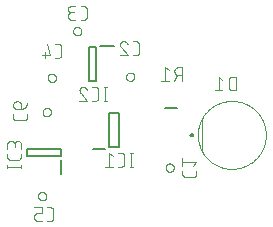
<source format=gbr>
G04 EAGLE Gerber X2 export*
%TF.Part,Single*%
%TF.FileFunction,Legend,Bot,1*%
%TF.FilePolarity,Positive*%
%TF.GenerationSoftware,Autodesk,EAGLE,9.2.2*%
%TF.CreationDate,2020-03-12T07:58:02Z*%
G75*
%MOMM*%
%FSLAX34Y34*%
%LPD*%
%INSilkscreen Bottom*%
%AMOC8*
5,1,8,0,0,1.08239X$1,22.5*%
G01*
%ADD10C,0.100000*%
%ADD11C,0.100000*%
%ADD12C,0.200000*%
%ADD13C,0.200000*%
%ADD14C,0.101600*%
%ADD15C,0.050000*%


D10*
X420068Y547116D03*
D11*
X420077Y546416D01*
X420102Y545716D01*
X420145Y545017D01*
X420204Y544320D01*
X420281Y543624D01*
X420374Y542930D01*
X420485Y542239D01*
X420612Y541550D01*
X420756Y540865D01*
X420916Y540183D01*
X421093Y539506D01*
X421287Y538833D01*
X421497Y538165D01*
X421723Y537503D01*
X421965Y536846D01*
X422223Y536195D01*
X422497Y535550D01*
X422786Y534913D01*
X423091Y534283D01*
X423411Y533660D01*
X423747Y533045D01*
X424097Y532439D01*
X424461Y531841D01*
X424841Y531253D01*
X425234Y530674D01*
X425641Y530104D01*
X426062Y529545D01*
X426497Y528996D01*
X426945Y528458D01*
X427406Y527931D01*
X427879Y527415D01*
X428365Y526911D01*
X428863Y526419D01*
X429373Y525939D01*
X429895Y525472D01*
X430427Y525017D01*
X430971Y524576D01*
X431525Y524148D01*
X432090Y523734D01*
X432664Y523333D01*
X433248Y522947D01*
X433841Y522575D01*
X434443Y522218D01*
X435054Y521875D01*
X435672Y521547D01*
X436299Y521235D01*
X436933Y520938D01*
X437574Y520656D01*
X438221Y520390D01*
X438875Y520140D01*
X439535Y519906D01*
X440201Y519688D01*
X440871Y519486D01*
X441546Y519301D01*
X442226Y519132D01*
X442909Y518980D01*
X443596Y518844D01*
X444286Y518725D01*
X444979Y518624D01*
X445674Y518538D01*
X446370Y518470D01*
X447069Y518419D01*
X447768Y518385D01*
X448468Y518368D01*
X449168Y518368D01*
X449868Y518385D01*
X450567Y518419D01*
X451266Y518470D01*
X451962Y518538D01*
X452657Y518624D01*
X453350Y518725D01*
X454040Y518844D01*
X454727Y518980D01*
X455410Y519132D01*
X456090Y519301D01*
X456765Y519486D01*
X457435Y519688D01*
X458101Y519906D01*
X458761Y520140D01*
X459415Y520390D01*
X460062Y520656D01*
X460703Y520938D01*
X461337Y521235D01*
X461964Y521547D01*
X462582Y521875D01*
X463193Y522218D01*
X463795Y522575D01*
X464388Y522947D01*
X464972Y523333D01*
X465546Y523734D01*
X466111Y524148D01*
X466665Y524576D01*
X467209Y525017D01*
X467741Y525472D01*
X468263Y525939D01*
X468773Y526419D01*
X469271Y526911D01*
X469757Y527415D01*
X470230Y527931D01*
X470691Y528458D01*
X471139Y528996D01*
X471574Y529545D01*
X471995Y530104D01*
X472402Y530674D01*
X472795Y531253D01*
X473175Y531841D01*
X473539Y532439D01*
X473889Y533045D01*
X474225Y533660D01*
X474545Y534283D01*
X474850Y534913D01*
X475139Y535550D01*
X475413Y536195D01*
X475671Y536846D01*
X475913Y537503D01*
X476139Y538165D01*
X476349Y538833D01*
X476543Y539506D01*
X476720Y540183D01*
X476880Y540865D01*
X477024Y541550D01*
X477151Y542239D01*
X477262Y542930D01*
X477355Y543624D01*
X477432Y544320D01*
X477491Y545017D01*
X477534Y545716D01*
X477559Y546416D01*
X477568Y547116D01*
D10*
X477568Y547116D03*
D11*
X477559Y547816D01*
X477534Y548516D01*
X477491Y549215D01*
X477432Y549912D01*
X477355Y550608D01*
X477262Y551302D01*
X477151Y551993D01*
X477024Y552682D01*
X476880Y553367D01*
X476720Y554049D01*
X476543Y554726D01*
X476349Y555399D01*
X476139Y556067D01*
X475913Y556729D01*
X475671Y557386D01*
X475413Y558037D01*
X475139Y558682D01*
X474850Y559319D01*
X474545Y559949D01*
X474225Y560572D01*
X473889Y561187D01*
X473539Y561793D01*
X473175Y562391D01*
X472795Y562979D01*
X472402Y563558D01*
X471995Y564128D01*
X471574Y564687D01*
X471139Y565236D01*
X470691Y565774D01*
X470230Y566301D01*
X469757Y566817D01*
X469271Y567321D01*
X468773Y567813D01*
X468263Y568293D01*
X467741Y568760D01*
X467209Y569215D01*
X466665Y569656D01*
X466111Y570084D01*
X465546Y570498D01*
X464972Y570899D01*
X464388Y571285D01*
X463795Y571657D01*
X463193Y572014D01*
X462582Y572357D01*
X461964Y572685D01*
X461337Y572997D01*
X460703Y573294D01*
X460062Y573576D01*
X459415Y573842D01*
X458761Y574092D01*
X458101Y574326D01*
X457435Y574544D01*
X456765Y574746D01*
X456090Y574931D01*
X455410Y575100D01*
X454727Y575252D01*
X454040Y575388D01*
X453350Y575507D01*
X452657Y575608D01*
X451962Y575694D01*
X451266Y575762D01*
X450567Y575813D01*
X449868Y575847D01*
X449168Y575864D01*
X448468Y575864D01*
X447768Y575847D01*
X447069Y575813D01*
X446370Y575762D01*
X445674Y575694D01*
X444979Y575608D01*
X444286Y575507D01*
X443596Y575388D01*
X442909Y575252D01*
X442226Y575100D01*
X441546Y574931D01*
X440871Y574746D01*
X440201Y574544D01*
X439535Y574326D01*
X438875Y574092D01*
X438221Y573842D01*
X437574Y573576D01*
X436933Y573294D01*
X436299Y572997D01*
X435672Y572685D01*
X435054Y572357D01*
X434443Y572014D01*
X433841Y571657D01*
X433248Y571285D01*
X432664Y570899D01*
X432090Y570498D01*
X431525Y570084D01*
X430971Y569656D01*
X430427Y569215D01*
X429895Y568760D01*
X429373Y568293D01*
X428863Y567813D01*
X428365Y567321D01*
X427879Y566817D01*
X427406Y566301D01*
X426945Y565774D01*
X426497Y565236D01*
X426062Y564687D01*
X425641Y564128D01*
X425234Y563558D01*
X424841Y562979D01*
X424461Y562391D01*
X424097Y561793D01*
X423747Y561187D01*
X423411Y560572D01*
X423091Y559949D01*
X422786Y559319D01*
X422497Y558682D01*
X422223Y558037D01*
X421965Y557386D01*
X421723Y556729D01*
X421497Y556067D01*
X421287Y555399D01*
X421093Y554726D01*
X420916Y554049D01*
X420756Y553367D01*
X420612Y552682D01*
X420485Y551993D01*
X420374Y551302D01*
X420281Y550608D01*
X420204Y549912D01*
X420145Y549215D01*
X420102Y548516D01*
X420077Y547816D01*
X420068Y547116D01*
X423418Y533616D02*
X423418Y560616D01*
D12*
X414818Y546116D03*
D13*
X414880Y546118D01*
X414941Y546124D01*
X415002Y546133D01*
X415062Y546146D01*
X415121Y546163D01*
X415179Y546184D01*
X415236Y546208D01*
X415291Y546235D01*
X415344Y546266D01*
X415396Y546300D01*
X415445Y546337D01*
X415492Y546377D01*
X415536Y546420D01*
X415577Y546465D01*
X415616Y546513D01*
X415652Y546564D01*
X415684Y546616D01*
X415713Y546670D01*
X415739Y546726D01*
X415761Y546784D01*
X415780Y546842D01*
X415795Y546902D01*
X415806Y546963D01*
X415814Y547024D01*
X415818Y547085D01*
X415818Y547147D01*
X415814Y547208D01*
X415806Y547269D01*
X415795Y547330D01*
X415780Y547390D01*
X415761Y547448D01*
X415739Y547506D01*
X415713Y547562D01*
X415684Y547616D01*
X415652Y547668D01*
X415616Y547719D01*
X415577Y547767D01*
X415536Y547812D01*
X415492Y547855D01*
X415445Y547895D01*
X415396Y547932D01*
X415344Y547966D01*
X415291Y547997D01*
X415236Y548024D01*
X415179Y548048D01*
X415121Y548069D01*
X415062Y548086D01*
X415002Y548099D01*
X414941Y548108D01*
X414880Y548114D01*
X414818Y548116D01*
D12*
X414818Y548116D03*
D13*
X414756Y548114D01*
X414695Y548108D01*
X414634Y548099D01*
X414574Y548086D01*
X414515Y548069D01*
X414457Y548048D01*
X414400Y548024D01*
X414345Y547997D01*
X414292Y547966D01*
X414240Y547932D01*
X414191Y547895D01*
X414144Y547855D01*
X414100Y547812D01*
X414059Y547767D01*
X414020Y547719D01*
X413984Y547668D01*
X413952Y547616D01*
X413923Y547562D01*
X413897Y547506D01*
X413875Y547448D01*
X413856Y547390D01*
X413841Y547330D01*
X413830Y547269D01*
X413822Y547208D01*
X413818Y547147D01*
X413818Y547085D01*
X413822Y547024D01*
X413830Y546963D01*
X413841Y546902D01*
X413856Y546842D01*
X413875Y546784D01*
X413897Y546726D01*
X413923Y546670D01*
X413952Y546616D01*
X413984Y546564D01*
X414020Y546513D01*
X414059Y546465D01*
X414100Y546420D01*
X414144Y546377D01*
X414191Y546337D01*
X414240Y546300D01*
X414292Y546266D01*
X414345Y546235D01*
X414400Y546208D01*
X414457Y546184D01*
X414515Y546163D01*
X414574Y546146D01*
X414634Y546133D01*
X414695Y546124D01*
X414756Y546118D01*
X414818Y546116D01*
D14*
X452717Y584708D02*
X452717Y596392D01*
X449472Y596392D01*
X449359Y596390D01*
X449246Y596384D01*
X449133Y596374D01*
X449020Y596360D01*
X448908Y596343D01*
X448797Y596321D01*
X448687Y596296D01*
X448577Y596266D01*
X448469Y596233D01*
X448362Y596196D01*
X448256Y596156D01*
X448152Y596111D01*
X448049Y596063D01*
X447948Y596012D01*
X447849Y595957D01*
X447752Y595899D01*
X447657Y595837D01*
X447564Y595772D01*
X447474Y595704D01*
X447386Y595633D01*
X447300Y595558D01*
X447217Y595481D01*
X447137Y595401D01*
X447060Y595318D01*
X446985Y595232D01*
X446914Y595144D01*
X446846Y595054D01*
X446781Y594961D01*
X446719Y594866D01*
X446661Y594769D01*
X446606Y594670D01*
X446555Y594569D01*
X446507Y594466D01*
X446462Y594362D01*
X446422Y594256D01*
X446385Y594149D01*
X446352Y594041D01*
X446322Y593931D01*
X446297Y593821D01*
X446275Y593710D01*
X446258Y593598D01*
X446244Y593485D01*
X446234Y593372D01*
X446228Y593259D01*
X446226Y593146D01*
X446226Y587954D01*
X446228Y587841D01*
X446234Y587728D01*
X446244Y587615D01*
X446258Y587502D01*
X446275Y587390D01*
X446297Y587279D01*
X446322Y587169D01*
X446352Y587059D01*
X446385Y586951D01*
X446422Y586844D01*
X446462Y586738D01*
X446507Y586634D01*
X446555Y586531D01*
X446606Y586430D01*
X446661Y586331D01*
X446719Y586234D01*
X446781Y586139D01*
X446846Y586046D01*
X446914Y585956D01*
X446985Y585868D01*
X447060Y585782D01*
X447137Y585699D01*
X447217Y585619D01*
X447300Y585542D01*
X447386Y585467D01*
X447474Y585396D01*
X447564Y585328D01*
X447657Y585263D01*
X447752Y585201D01*
X447849Y585143D01*
X447948Y585088D01*
X448049Y585037D01*
X448152Y584989D01*
X448256Y584944D01*
X448362Y584904D01*
X448469Y584867D01*
X448577Y584834D01*
X448687Y584804D01*
X448797Y584779D01*
X448908Y584757D01*
X449020Y584740D01*
X449133Y584726D01*
X449246Y584716D01*
X449359Y584710D01*
X449472Y584708D01*
X452717Y584708D01*
X440906Y593796D02*
X437661Y596392D01*
X437661Y584708D01*
X440906Y584708D02*
X434415Y584708D01*
D13*
X353500Y536680D02*
X345000Y536680D01*
X353500Y536680D02*
X353500Y565680D01*
X345000Y565680D01*
X345000Y536680D01*
X341500Y535430D02*
X331000Y535430D01*
D14*
X363622Y531876D02*
X363622Y520192D01*
X364920Y520192D02*
X362324Y520192D01*
X362324Y531876D02*
X364920Y531876D01*
X355160Y520192D02*
X352564Y520192D01*
X355160Y520192D02*
X355259Y520194D01*
X355359Y520200D01*
X355458Y520209D01*
X355556Y520222D01*
X355654Y520239D01*
X355752Y520260D01*
X355848Y520285D01*
X355943Y520313D01*
X356037Y520345D01*
X356130Y520380D01*
X356222Y520419D01*
X356312Y520462D01*
X356400Y520507D01*
X356487Y520557D01*
X356571Y520609D01*
X356654Y520665D01*
X356734Y520723D01*
X356812Y520785D01*
X356887Y520850D01*
X356960Y520918D01*
X357030Y520988D01*
X357098Y521061D01*
X357163Y521136D01*
X357225Y521214D01*
X357283Y521294D01*
X357339Y521377D01*
X357391Y521461D01*
X357441Y521548D01*
X357486Y521636D01*
X357529Y521726D01*
X357568Y521818D01*
X357603Y521911D01*
X357635Y522005D01*
X357663Y522100D01*
X357688Y522196D01*
X357709Y522294D01*
X357726Y522392D01*
X357739Y522490D01*
X357748Y522589D01*
X357754Y522689D01*
X357756Y522788D01*
X357757Y522788D02*
X357757Y529280D01*
X357756Y529280D02*
X357754Y529379D01*
X357748Y529479D01*
X357739Y529578D01*
X357726Y529676D01*
X357709Y529774D01*
X357688Y529872D01*
X357663Y529968D01*
X357635Y530063D01*
X357603Y530157D01*
X357568Y530250D01*
X357529Y530342D01*
X357486Y530432D01*
X357441Y530520D01*
X357391Y530607D01*
X357339Y530691D01*
X357283Y530774D01*
X357225Y530854D01*
X357163Y530932D01*
X357098Y531007D01*
X357030Y531080D01*
X356960Y531150D01*
X356887Y531218D01*
X356812Y531283D01*
X356734Y531345D01*
X356654Y531403D01*
X356571Y531459D01*
X356487Y531511D01*
X356400Y531561D01*
X356312Y531606D01*
X356222Y531649D01*
X356130Y531688D01*
X356037Y531723D01*
X355943Y531755D01*
X355848Y531783D01*
X355752Y531808D01*
X355654Y531829D01*
X355556Y531846D01*
X355458Y531859D01*
X355359Y531868D01*
X355259Y531874D01*
X355160Y531876D01*
X352564Y531876D01*
X348199Y529280D02*
X344953Y531876D01*
X344953Y520192D01*
X341708Y520192D02*
X348199Y520192D01*
D13*
X392260Y570230D02*
X402760Y570230D01*
D14*
X406688Y592582D02*
X406688Y604266D01*
X403442Y604266D01*
X403329Y604264D01*
X403216Y604258D01*
X403103Y604248D01*
X402990Y604234D01*
X402878Y604217D01*
X402767Y604195D01*
X402657Y604170D01*
X402547Y604140D01*
X402439Y604107D01*
X402332Y604070D01*
X402226Y604030D01*
X402122Y603985D01*
X402019Y603937D01*
X401918Y603886D01*
X401819Y603831D01*
X401722Y603773D01*
X401627Y603711D01*
X401534Y603646D01*
X401444Y603578D01*
X401356Y603507D01*
X401270Y603432D01*
X401187Y603355D01*
X401107Y603275D01*
X401030Y603192D01*
X400955Y603106D01*
X400884Y603018D01*
X400816Y602928D01*
X400751Y602835D01*
X400689Y602740D01*
X400631Y602643D01*
X400576Y602544D01*
X400525Y602443D01*
X400477Y602340D01*
X400432Y602236D01*
X400392Y602130D01*
X400355Y602023D01*
X400322Y601915D01*
X400292Y601805D01*
X400267Y601695D01*
X400245Y601584D01*
X400228Y601472D01*
X400214Y601359D01*
X400204Y601246D01*
X400198Y601133D01*
X400196Y601020D01*
X400198Y600907D01*
X400204Y600794D01*
X400214Y600681D01*
X400228Y600568D01*
X400245Y600456D01*
X400267Y600345D01*
X400292Y600235D01*
X400322Y600125D01*
X400355Y600017D01*
X400392Y599910D01*
X400432Y599804D01*
X400477Y599700D01*
X400525Y599597D01*
X400576Y599496D01*
X400631Y599397D01*
X400689Y599300D01*
X400751Y599205D01*
X400816Y599112D01*
X400884Y599022D01*
X400955Y598934D01*
X401030Y598848D01*
X401107Y598765D01*
X401187Y598685D01*
X401270Y598608D01*
X401356Y598533D01*
X401444Y598462D01*
X401534Y598394D01*
X401627Y598329D01*
X401722Y598267D01*
X401819Y598209D01*
X401918Y598154D01*
X402019Y598103D01*
X402122Y598055D01*
X402226Y598010D01*
X402332Y597970D01*
X402439Y597933D01*
X402547Y597900D01*
X402657Y597870D01*
X402767Y597845D01*
X402878Y597823D01*
X402990Y597806D01*
X403103Y597792D01*
X403216Y597782D01*
X403329Y597776D01*
X403442Y597774D01*
X403442Y597775D02*
X406688Y597775D01*
X402793Y597775D02*
X400197Y592582D01*
X395331Y601670D02*
X392086Y604266D01*
X392086Y592582D01*
X395331Y592582D02*
X388840Y592582D01*
D15*
X392740Y519430D02*
X392742Y519548D01*
X392748Y519666D01*
X392758Y519784D01*
X392772Y519901D01*
X392790Y520018D01*
X392812Y520135D01*
X392837Y520250D01*
X392867Y520364D01*
X392901Y520478D01*
X392938Y520590D01*
X392979Y520701D01*
X393024Y520810D01*
X393072Y520918D01*
X393124Y521024D01*
X393180Y521129D01*
X393239Y521231D01*
X393301Y521331D01*
X393367Y521429D01*
X393436Y521525D01*
X393509Y521619D01*
X393584Y521710D01*
X393663Y521798D01*
X393744Y521884D01*
X393829Y521967D01*
X393916Y522047D01*
X394005Y522124D01*
X394098Y522198D01*
X394192Y522268D01*
X394289Y522336D01*
X394389Y522400D01*
X394490Y522461D01*
X394593Y522518D01*
X394699Y522572D01*
X394806Y522623D01*
X394914Y522669D01*
X395024Y522712D01*
X395136Y522751D01*
X395249Y522787D01*
X395363Y522818D01*
X395478Y522846D01*
X395593Y522870D01*
X395710Y522890D01*
X395827Y522906D01*
X395945Y522918D01*
X396063Y522926D01*
X396181Y522930D01*
X396299Y522930D01*
X396417Y522926D01*
X396535Y522918D01*
X396653Y522906D01*
X396770Y522890D01*
X396887Y522870D01*
X397002Y522846D01*
X397117Y522818D01*
X397231Y522787D01*
X397344Y522751D01*
X397456Y522712D01*
X397566Y522669D01*
X397674Y522623D01*
X397781Y522572D01*
X397887Y522518D01*
X397990Y522461D01*
X398091Y522400D01*
X398191Y522336D01*
X398288Y522268D01*
X398382Y522198D01*
X398475Y522124D01*
X398564Y522047D01*
X398651Y521967D01*
X398736Y521884D01*
X398817Y521798D01*
X398896Y521710D01*
X398971Y521619D01*
X399044Y521525D01*
X399113Y521429D01*
X399179Y521331D01*
X399241Y521231D01*
X399300Y521129D01*
X399356Y521024D01*
X399408Y520918D01*
X399456Y520810D01*
X399501Y520701D01*
X399542Y520590D01*
X399579Y520478D01*
X399613Y520364D01*
X399643Y520250D01*
X399668Y520135D01*
X399690Y520018D01*
X399708Y519901D01*
X399722Y519784D01*
X399732Y519666D01*
X399738Y519548D01*
X399740Y519430D01*
X399738Y519312D01*
X399732Y519194D01*
X399722Y519076D01*
X399708Y518959D01*
X399690Y518842D01*
X399668Y518725D01*
X399643Y518610D01*
X399613Y518496D01*
X399579Y518382D01*
X399542Y518270D01*
X399501Y518159D01*
X399456Y518050D01*
X399408Y517942D01*
X399356Y517836D01*
X399300Y517731D01*
X399241Y517629D01*
X399179Y517529D01*
X399113Y517431D01*
X399044Y517335D01*
X398971Y517241D01*
X398896Y517150D01*
X398817Y517062D01*
X398736Y516976D01*
X398651Y516893D01*
X398564Y516813D01*
X398475Y516736D01*
X398382Y516662D01*
X398288Y516592D01*
X398191Y516524D01*
X398091Y516460D01*
X397990Y516399D01*
X397887Y516342D01*
X397781Y516288D01*
X397674Y516237D01*
X397566Y516191D01*
X397456Y516148D01*
X397344Y516109D01*
X397231Y516073D01*
X397117Y516042D01*
X397002Y516014D01*
X396887Y515990D01*
X396770Y515970D01*
X396653Y515954D01*
X396535Y515942D01*
X396417Y515934D01*
X396299Y515930D01*
X396181Y515930D01*
X396063Y515934D01*
X395945Y515942D01*
X395827Y515954D01*
X395710Y515970D01*
X395593Y515990D01*
X395478Y516014D01*
X395363Y516042D01*
X395249Y516073D01*
X395136Y516109D01*
X395024Y516148D01*
X394914Y516191D01*
X394806Y516237D01*
X394699Y516288D01*
X394593Y516342D01*
X394490Y516399D01*
X394389Y516460D01*
X394289Y516524D01*
X394192Y516592D01*
X394098Y516662D01*
X394005Y516736D01*
X393916Y516813D01*
X393829Y516893D01*
X393744Y516976D01*
X393663Y517062D01*
X393584Y517150D01*
X393509Y517241D01*
X393436Y517335D01*
X393367Y517431D01*
X393301Y517529D01*
X393239Y517629D01*
X393180Y517731D01*
X393124Y517836D01*
X393072Y517942D01*
X393024Y518050D01*
X392979Y518159D01*
X392938Y518270D01*
X392901Y518382D01*
X392867Y518496D01*
X392837Y518610D01*
X392812Y518725D01*
X392790Y518842D01*
X392772Y518959D01*
X392758Y519076D01*
X392748Y519194D01*
X392742Y519312D01*
X392740Y519430D01*
D14*
X406908Y516598D02*
X406908Y514002D01*
X406910Y513903D01*
X406916Y513803D01*
X406925Y513704D01*
X406938Y513606D01*
X406955Y513508D01*
X406976Y513410D01*
X407001Y513314D01*
X407029Y513219D01*
X407061Y513125D01*
X407096Y513032D01*
X407135Y512940D01*
X407178Y512850D01*
X407223Y512762D01*
X407273Y512675D01*
X407325Y512591D01*
X407381Y512508D01*
X407439Y512428D01*
X407501Y512350D01*
X407566Y512275D01*
X407634Y512202D01*
X407704Y512132D01*
X407777Y512064D01*
X407852Y511999D01*
X407930Y511937D01*
X408010Y511879D01*
X408093Y511823D01*
X408177Y511771D01*
X408264Y511721D01*
X408352Y511676D01*
X408442Y511633D01*
X408534Y511594D01*
X408627Y511559D01*
X408721Y511527D01*
X408816Y511499D01*
X408912Y511474D01*
X409010Y511453D01*
X409108Y511436D01*
X409206Y511423D01*
X409305Y511414D01*
X409405Y511408D01*
X409504Y511406D01*
X409504Y511405D02*
X415996Y511405D01*
X415996Y511406D02*
X416095Y511408D01*
X416195Y511414D01*
X416294Y511423D01*
X416392Y511436D01*
X416490Y511453D01*
X416588Y511474D01*
X416684Y511499D01*
X416779Y511527D01*
X416873Y511559D01*
X416966Y511594D01*
X417058Y511633D01*
X417148Y511676D01*
X417236Y511721D01*
X417323Y511771D01*
X417407Y511823D01*
X417490Y511879D01*
X417570Y511937D01*
X417648Y511999D01*
X417723Y512064D01*
X417796Y512132D01*
X417866Y512202D01*
X417934Y512275D01*
X417999Y512350D01*
X418061Y512428D01*
X418119Y512508D01*
X418175Y512591D01*
X418227Y512675D01*
X418277Y512762D01*
X418322Y512850D01*
X418365Y512940D01*
X418404Y513032D01*
X418439Y513124D01*
X418471Y513219D01*
X418499Y513314D01*
X418524Y513410D01*
X418545Y513508D01*
X418562Y513606D01*
X418575Y513704D01*
X418584Y513803D01*
X418590Y513903D01*
X418592Y514002D01*
X418592Y516598D01*
X415996Y520964D02*
X418592Y524209D01*
X406908Y524209D01*
X406908Y520964D02*
X406908Y527455D01*
D13*
X333708Y621814D02*
X327708Y621814D01*
X327708Y592814D01*
X333708Y592814D01*
X333708Y621814D01*
X337208Y622314D02*
X349208Y622314D01*
D14*
X341778Y587756D02*
X341778Y576072D01*
X343076Y576072D02*
X340480Y576072D01*
X340480Y587756D02*
X343076Y587756D01*
X333316Y576072D02*
X330720Y576072D01*
X333316Y576072D02*
X333415Y576074D01*
X333515Y576080D01*
X333614Y576089D01*
X333712Y576102D01*
X333810Y576119D01*
X333908Y576140D01*
X334004Y576165D01*
X334099Y576193D01*
X334193Y576225D01*
X334286Y576260D01*
X334378Y576299D01*
X334468Y576342D01*
X334556Y576387D01*
X334643Y576437D01*
X334727Y576489D01*
X334810Y576545D01*
X334890Y576603D01*
X334968Y576665D01*
X335043Y576730D01*
X335116Y576798D01*
X335186Y576868D01*
X335254Y576941D01*
X335319Y577016D01*
X335381Y577094D01*
X335439Y577174D01*
X335495Y577257D01*
X335547Y577341D01*
X335597Y577428D01*
X335642Y577516D01*
X335685Y577606D01*
X335724Y577698D01*
X335759Y577791D01*
X335791Y577885D01*
X335819Y577980D01*
X335844Y578076D01*
X335865Y578174D01*
X335882Y578272D01*
X335895Y578370D01*
X335904Y578469D01*
X335910Y578569D01*
X335912Y578668D01*
X335913Y578668D02*
X335913Y585160D01*
X335912Y585160D02*
X335910Y585259D01*
X335904Y585359D01*
X335895Y585458D01*
X335882Y585556D01*
X335865Y585654D01*
X335844Y585752D01*
X335819Y585848D01*
X335791Y585943D01*
X335759Y586037D01*
X335724Y586130D01*
X335685Y586222D01*
X335642Y586312D01*
X335597Y586400D01*
X335547Y586487D01*
X335495Y586571D01*
X335439Y586654D01*
X335381Y586734D01*
X335319Y586812D01*
X335254Y586887D01*
X335186Y586960D01*
X335116Y587030D01*
X335043Y587098D01*
X334968Y587163D01*
X334890Y587225D01*
X334810Y587283D01*
X334727Y587339D01*
X334643Y587391D01*
X334556Y587441D01*
X334468Y587486D01*
X334378Y587529D01*
X334286Y587568D01*
X334193Y587603D01*
X334099Y587635D01*
X334004Y587663D01*
X333908Y587688D01*
X333810Y587709D01*
X333712Y587726D01*
X333614Y587739D01*
X333515Y587748D01*
X333415Y587754D01*
X333316Y587756D01*
X330720Y587756D01*
X322785Y587756D02*
X322678Y587754D01*
X322572Y587748D01*
X322466Y587738D01*
X322360Y587725D01*
X322254Y587707D01*
X322150Y587686D01*
X322046Y587661D01*
X321943Y587632D01*
X321842Y587600D01*
X321742Y587563D01*
X321643Y587523D01*
X321545Y587480D01*
X321449Y587433D01*
X321355Y587382D01*
X321263Y587328D01*
X321173Y587271D01*
X321085Y587211D01*
X321000Y587147D01*
X320917Y587080D01*
X320836Y587010D01*
X320758Y586938D01*
X320682Y586862D01*
X320610Y586784D01*
X320540Y586703D01*
X320473Y586620D01*
X320409Y586535D01*
X320349Y586447D01*
X320292Y586357D01*
X320238Y586265D01*
X320187Y586171D01*
X320140Y586075D01*
X320097Y585977D01*
X320057Y585878D01*
X320020Y585778D01*
X319988Y585677D01*
X319959Y585574D01*
X319934Y585470D01*
X319913Y585366D01*
X319895Y585260D01*
X319882Y585154D01*
X319872Y585048D01*
X319866Y584942D01*
X319864Y584835D01*
X322785Y587756D02*
X322906Y587754D01*
X323027Y587748D01*
X323147Y587738D01*
X323268Y587725D01*
X323387Y587707D01*
X323507Y587686D01*
X323625Y587661D01*
X323742Y587632D01*
X323859Y587599D01*
X323974Y587563D01*
X324088Y587522D01*
X324201Y587479D01*
X324313Y587431D01*
X324422Y587380D01*
X324530Y587325D01*
X324637Y587267D01*
X324741Y587206D01*
X324843Y587141D01*
X324943Y587073D01*
X325041Y587002D01*
X325137Y586928D01*
X325230Y586851D01*
X325320Y586770D01*
X325408Y586687D01*
X325493Y586601D01*
X325576Y586512D01*
X325655Y586421D01*
X325732Y586327D01*
X325805Y586231D01*
X325875Y586133D01*
X325942Y586032D01*
X326006Y585929D01*
X326067Y585824D01*
X326124Y585717D01*
X326177Y585609D01*
X326227Y585499D01*
X326273Y585387D01*
X326316Y585274D01*
X326355Y585159D01*
X320838Y582563D02*
X320759Y582641D01*
X320683Y582721D01*
X320610Y582804D01*
X320540Y582890D01*
X320473Y582977D01*
X320409Y583068D01*
X320349Y583160D01*
X320291Y583254D01*
X320237Y583351D01*
X320187Y583449D01*
X320140Y583549D01*
X320096Y583650D01*
X320056Y583753D01*
X320020Y583858D01*
X319988Y583963D01*
X319959Y584070D01*
X319934Y584177D01*
X319912Y584286D01*
X319895Y584395D01*
X319881Y584504D01*
X319872Y584614D01*
X319866Y584725D01*
X319864Y584835D01*
X320837Y582563D02*
X326355Y576072D01*
X319864Y576072D01*
D15*
X359212Y596392D02*
X359214Y596510D01*
X359220Y596628D01*
X359230Y596746D01*
X359244Y596863D01*
X359262Y596980D01*
X359284Y597097D01*
X359309Y597212D01*
X359339Y597326D01*
X359373Y597440D01*
X359410Y597552D01*
X359451Y597663D01*
X359496Y597772D01*
X359544Y597880D01*
X359596Y597986D01*
X359652Y598091D01*
X359711Y598193D01*
X359773Y598293D01*
X359839Y598391D01*
X359908Y598487D01*
X359981Y598581D01*
X360056Y598672D01*
X360135Y598760D01*
X360216Y598846D01*
X360301Y598929D01*
X360388Y599009D01*
X360477Y599086D01*
X360570Y599160D01*
X360664Y599230D01*
X360761Y599298D01*
X360861Y599362D01*
X360962Y599423D01*
X361065Y599480D01*
X361171Y599534D01*
X361278Y599585D01*
X361386Y599631D01*
X361496Y599674D01*
X361608Y599713D01*
X361721Y599749D01*
X361835Y599780D01*
X361950Y599808D01*
X362065Y599832D01*
X362182Y599852D01*
X362299Y599868D01*
X362417Y599880D01*
X362535Y599888D01*
X362653Y599892D01*
X362771Y599892D01*
X362889Y599888D01*
X363007Y599880D01*
X363125Y599868D01*
X363242Y599852D01*
X363359Y599832D01*
X363474Y599808D01*
X363589Y599780D01*
X363703Y599749D01*
X363816Y599713D01*
X363928Y599674D01*
X364038Y599631D01*
X364146Y599585D01*
X364253Y599534D01*
X364359Y599480D01*
X364462Y599423D01*
X364563Y599362D01*
X364663Y599298D01*
X364760Y599230D01*
X364854Y599160D01*
X364947Y599086D01*
X365036Y599009D01*
X365123Y598929D01*
X365208Y598846D01*
X365289Y598760D01*
X365368Y598672D01*
X365443Y598581D01*
X365516Y598487D01*
X365585Y598391D01*
X365651Y598293D01*
X365713Y598193D01*
X365772Y598091D01*
X365828Y597986D01*
X365880Y597880D01*
X365928Y597772D01*
X365973Y597663D01*
X366014Y597552D01*
X366051Y597440D01*
X366085Y597326D01*
X366115Y597212D01*
X366140Y597097D01*
X366162Y596980D01*
X366180Y596863D01*
X366194Y596746D01*
X366204Y596628D01*
X366210Y596510D01*
X366212Y596392D01*
X366210Y596274D01*
X366204Y596156D01*
X366194Y596038D01*
X366180Y595921D01*
X366162Y595804D01*
X366140Y595687D01*
X366115Y595572D01*
X366085Y595458D01*
X366051Y595344D01*
X366014Y595232D01*
X365973Y595121D01*
X365928Y595012D01*
X365880Y594904D01*
X365828Y594798D01*
X365772Y594693D01*
X365713Y594591D01*
X365651Y594491D01*
X365585Y594393D01*
X365516Y594297D01*
X365443Y594203D01*
X365368Y594112D01*
X365289Y594024D01*
X365208Y593938D01*
X365123Y593855D01*
X365036Y593775D01*
X364947Y593698D01*
X364854Y593624D01*
X364760Y593554D01*
X364663Y593486D01*
X364563Y593422D01*
X364462Y593361D01*
X364359Y593304D01*
X364253Y593250D01*
X364146Y593199D01*
X364038Y593153D01*
X363928Y593110D01*
X363816Y593071D01*
X363703Y593035D01*
X363589Y593004D01*
X363474Y592976D01*
X363359Y592952D01*
X363242Y592932D01*
X363125Y592916D01*
X363007Y592904D01*
X362889Y592896D01*
X362771Y592892D01*
X362653Y592892D01*
X362535Y592896D01*
X362417Y592904D01*
X362299Y592916D01*
X362182Y592932D01*
X362065Y592952D01*
X361950Y592976D01*
X361835Y593004D01*
X361721Y593035D01*
X361608Y593071D01*
X361496Y593110D01*
X361386Y593153D01*
X361278Y593199D01*
X361171Y593250D01*
X361065Y593304D01*
X360962Y593361D01*
X360861Y593422D01*
X360761Y593486D01*
X360664Y593554D01*
X360570Y593624D01*
X360477Y593698D01*
X360388Y593775D01*
X360301Y593855D01*
X360216Y593938D01*
X360135Y594024D01*
X360056Y594112D01*
X359981Y594203D01*
X359908Y594297D01*
X359839Y594393D01*
X359773Y594491D01*
X359711Y594591D01*
X359652Y594693D01*
X359596Y594798D01*
X359544Y594904D01*
X359496Y595012D01*
X359451Y595121D01*
X359410Y595232D01*
X359373Y595344D01*
X359339Y595458D01*
X359309Y595572D01*
X359284Y595687D01*
X359262Y595804D01*
X359244Y595921D01*
X359230Y596038D01*
X359220Y596156D01*
X359214Y596274D01*
X359212Y596392D01*
D14*
X365036Y614680D02*
X367632Y614680D01*
X367731Y614682D01*
X367831Y614688D01*
X367930Y614697D01*
X368028Y614710D01*
X368126Y614727D01*
X368224Y614748D01*
X368320Y614773D01*
X368415Y614801D01*
X368509Y614833D01*
X368602Y614868D01*
X368694Y614907D01*
X368784Y614950D01*
X368872Y614995D01*
X368959Y615045D01*
X369043Y615097D01*
X369126Y615153D01*
X369206Y615211D01*
X369284Y615273D01*
X369359Y615338D01*
X369432Y615406D01*
X369502Y615476D01*
X369570Y615549D01*
X369635Y615624D01*
X369697Y615702D01*
X369755Y615782D01*
X369811Y615865D01*
X369863Y615949D01*
X369913Y616036D01*
X369958Y616124D01*
X370001Y616214D01*
X370040Y616306D01*
X370075Y616399D01*
X370107Y616493D01*
X370135Y616588D01*
X370160Y616684D01*
X370181Y616782D01*
X370198Y616880D01*
X370211Y616978D01*
X370220Y617077D01*
X370226Y617177D01*
X370228Y617276D01*
X370229Y617276D02*
X370229Y623768D01*
X370228Y623768D02*
X370226Y623867D01*
X370220Y623967D01*
X370211Y624066D01*
X370198Y624164D01*
X370181Y624262D01*
X370160Y624360D01*
X370135Y624456D01*
X370107Y624551D01*
X370075Y624645D01*
X370040Y624738D01*
X370001Y624830D01*
X369958Y624920D01*
X369913Y625008D01*
X369863Y625095D01*
X369811Y625179D01*
X369755Y625262D01*
X369697Y625342D01*
X369635Y625420D01*
X369570Y625495D01*
X369502Y625568D01*
X369432Y625638D01*
X369359Y625706D01*
X369284Y625771D01*
X369206Y625833D01*
X369126Y625891D01*
X369043Y625947D01*
X368959Y625999D01*
X368872Y626049D01*
X368784Y626094D01*
X368694Y626137D01*
X368602Y626176D01*
X368509Y626211D01*
X368415Y626243D01*
X368320Y626271D01*
X368224Y626296D01*
X368126Y626317D01*
X368028Y626334D01*
X367930Y626347D01*
X367831Y626356D01*
X367731Y626362D01*
X367632Y626364D01*
X365036Y626364D01*
X357100Y626364D02*
X356993Y626362D01*
X356887Y626356D01*
X356781Y626346D01*
X356675Y626333D01*
X356569Y626315D01*
X356465Y626294D01*
X356361Y626269D01*
X356258Y626240D01*
X356157Y626208D01*
X356057Y626171D01*
X355958Y626131D01*
X355860Y626088D01*
X355764Y626041D01*
X355670Y625990D01*
X355578Y625936D01*
X355488Y625879D01*
X355400Y625819D01*
X355315Y625755D01*
X355232Y625688D01*
X355151Y625618D01*
X355073Y625546D01*
X354997Y625470D01*
X354925Y625392D01*
X354855Y625311D01*
X354788Y625228D01*
X354724Y625143D01*
X354664Y625055D01*
X354607Y624965D01*
X354553Y624873D01*
X354502Y624779D01*
X354455Y624683D01*
X354412Y624585D01*
X354372Y624486D01*
X354335Y624386D01*
X354303Y624285D01*
X354274Y624182D01*
X354249Y624078D01*
X354228Y623974D01*
X354210Y623868D01*
X354197Y623762D01*
X354187Y623656D01*
X354181Y623550D01*
X354179Y623443D01*
X357100Y626364D02*
X357221Y626362D01*
X357342Y626356D01*
X357462Y626346D01*
X357583Y626333D01*
X357702Y626315D01*
X357822Y626294D01*
X357940Y626269D01*
X358057Y626240D01*
X358174Y626207D01*
X358289Y626171D01*
X358403Y626130D01*
X358516Y626087D01*
X358628Y626039D01*
X358737Y625988D01*
X358845Y625933D01*
X358952Y625875D01*
X359056Y625814D01*
X359158Y625749D01*
X359258Y625681D01*
X359356Y625610D01*
X359452Y625536D01*
X359545Y625459D01*
X359635Y625378D01*
X359723Y625295D01*
X359808Y625209D01*
X359891Y625120D01*
X359970Y625029D01*
X360047Y624935D01*
X360120Y624839D01*
X360190Y624741D01*
X360257Y624640D01*
X360321Y624537D01*
X360382Y624432D01*
X360439Y624325D01*
X360492Y624217D01*
X360542Y624107D01*
X360588Y623995D01*
X360631Y623882D01*
X360670Y623767D01*
X355154Y621171D02*
X355075Y621249D01*
X354999Y621329D01*
X354926Y621412D01*
X354856Y621498D01*
X354789Y621585D01*
X354725Y621676D01*
X354665Y621768D01*
X354607Y621862D01*
X354553Y621959D01*
X354503Y622057D01*
X354456Y622157D01*
X354412Y622258D01*
X354372Y622361D01*
X354336Y622466D01*
X354304Y622571D01*
X354275Y622678D01*
X354250Y622785D01*
X354228Y622894D01*
X354211Y623003D01*
X354197Y623112D01*
X354188Y623222D01*
X354182Y623333D01*
X354180Y623443D01*
X355153Y621171D02*
X360670Y614680D01*
X354179Y614680D01*
D15*
X314508Y635000D02*
X314510Y635118D01*
X314516Y635236D01*
X314526Y635354D01*
X314540Y635471D01*
X314558Y635588D01*
X314580Y635705D01*
X314605Y635820D01*
X314635Y635934D01*
X314669Y636048D01*
X314706Y636160D01*
X314747Y636271D01*
X314792Y636380D01*
X314840Y636488D01*
X314892Y636594D01*
X314948Y636699D01*
X315007Y636801D01*
X315069Y636901D01*
X315135Y636999D01*
X315204Y637095D01*
X315277Y637189D01*
X315352Y637280D01*
X315431Y637368D01*
X315512Y637454D01*
X315597Y637537D01*
X315684Y637617D01*
X315773Y637694D01*
X315866Y637768D01*
X315960Y637838D01*
X316057Y637906D01*
X316157Y637970D01*
X316258Y638031D01*
X316361Y638088D01*
X316467Y638142D01*
X316574Y638193D01*
X316682Y638239D01*
X316792Y638282D01*
X316904Y638321D01*
X317017Y638357D01*
X317131Y638388D01*
X317246Y638416D01*
X317361Y638440D01*
X317478Y638460D01*
X317595Y638476D01*
X317713Y638488D01*
X317831Y638496D01*
X317949Y638500D01*
X318067Y638500D01*
X318185Y638496D01*
X318303Y638488D01*
X318421Y638476D01*
X318538Y638460D01*
X318655Y638440D01*
X318770Y638416D01*
X318885Y638388D01*
X318999Y638357D01*
X319112Y638321D01*
X319224Y638282D01*
X319334Y638239D01*
X319442Y638193D01*
X319549Y638142D01*
X319655Y638088D01*
X319758Y638031D01*
X319859Y637970D01*
X319959Y637906D01*
X320056Y637838D01*
X320150Y637768D01*
X320243Y637694D01*
X320332Y637617D01*
X320419Y637537D01*
X320504Y637454D01*
X320585Y637368D01*
X320664Y637280D01*
X320739Y637189D01*
X320812Y637095D01*
X320881Y636999D01*
X320947Y636901D01*
X321009Y636801D01*
X321068Y636699D01*
X321124Y636594D01*
X321176Y636488D01*
X321224Y636380D01*
X321269Y636271D01*
X321310Y636160D01*
X321347Y636048D01*
X321381Y635934D01*
X321411Y635820D01*
X321436Y635705D01*
X321458Y635588D01*
X321476Y635471D01*
X321490Y635354D01*
X321500Y635236D01*
X321506Y635118D01*
X321508Y635000D01*
X321506Y634882D01*
X321500Y634764D01*
X321490Y634646D01*
X321476Y634529D01*
X321458Y634412D01*
X321436Y634295D01*
X321411Y634180D01*
X321381Y634066D01*
X321347Y633952D01*
X321310Y633840D01*
X321269Y633729D01*
X321224Y633620D01*
X321176Y633512D01*
X321124Y633406D01*
X321068Y633301D01*
X321009Y633199D01*
X320947Y633099D01*
X320881Y633001D01*
X320812Y632905D01*
X320739Y632811D01*
X320664Y632720D01*
X320585Y632632D01*
X320504Y632546D01*
X320419Y632463D01*
X320332Y632383D01*
X320243Y632306D01*
X320150Y632232D01*
X320056Y632162D01*
X319959Y632094D01*
X319859Y632030D01*
X319758Y631969D01*
X319655Y631912D01*
X319549Y631858D01*
X319442Y631807D01*
X319334Y631761D01*
X319224Y631718D01*
X319112Y631679D01*
X318999Y631643D01*
X318885Y631612D01*
X318770Y631584D01*
X318655Y631560D01*
X318538Y631540D01*
X318421Y631524D01*
X318303Y631512D01*
X318185Y631504D01*
X318067Y631500D01*
X317949Y631500D01*
X317831Y631504D01*
X317713Y631512D01*
X317595Y631524D01*
X317478Y631540D01*
X317361Y631560D01*
X317246Y631584D01*
X317131Y631612D01*
X317017Y631643D01*
X316904Y631679D01*
X316792Y631718D01*
X316682Y631761D01*
X316574Y631807D01*
X316467Y631858D01*
X316361Y631912D01*
X316258Y631969D01*
X316157Y632030D01*
X316057Y632094D01*
X315960Y632162D01*
X315866Y632232D01*
X315773Y632306D01*
X315684Y632383D01*
X315597Y632463D01*
X315512Y632546D01*
X315431Y632632D01*
X315352Y632720D01*
X315277Y632811D01*
X315204Y632905D01*
X315135Y633001D01*
X315069Y633099D01*
X315007Y633199D01*
X314948Y633301D01*
X314892Y633406D01*
X314840Y633512D01*
X314792Y633620D01*
X314747Y633729D01*
X314706Y633840D01*
X314669Y633952D01*
X314635Y634066D01*
X314605Y634180D01*
X314580Y634295D01*
X314558Y634412D01*
X314540Y634529D01*
X314526Y634646D01*
X314516Y634764D01*
X314510Y634882D01*
X314508Y635000D01*
D14*
X320840Y644398D02*
X323436Y644398D01*
X323535Y644400D01*
X323635Y644406D01*
X323734Y644415D01*
X323832Y644428D01*
X323930Y644445D01*
X324028Y644466D01*
X324124Y644491D01*
X324219Y644519D01*
X324313Y644551D01*
X324406Y644586D01*
X324498Y644625D01*
X324588Y644668D01*
X324676Y644713D01*
X324763Y644763D01*
X324847Y644815D01*
X324930Y644871D01*
X325010Y644929D01*
X325088Y644991D01*
X325163Y645056D01*
X325236Y645124D01*
X325306Y645194D01*
X325374Y645267D01*
X325439Y645342D01*
X325501Y645420D01*
X325559Y645500D01*
X325615Y645583D01*
X325667Y645667D01*
X325717Y645754D01*
X325762Y645842D01*
X325805Y645932D01*
X325844Y646024D01*
X325879Y646117D01*
X325911Y646211D01*
X325939Y646306D01*
X325964Y646402D01*
X325985Y646500D01*
X326002Y646598D01*
X326015Y646696D01*
X326024Y646795D01*
X326030Y646895D01*
X326032Y646994D01*
X326033Y646994D02*
X326033Y653486D01*
X326032Y653486D02*
X326030Y653585D01*
X326024Y653685D01*
X326015Y653784D01*
X326002Y653882D01*
X325985Y653980D01*
X325964Y654078D01*
X325939Y654174D01*
X325911Y654269D01*
X325879Y654363D01*
X325844Y654456D01*
X325805Y654548D01*
X325762Y654638D01*
X325717Y654726D01*
X325667Y654813D01*
X325615Y654897D01*
X325559Y654980D01*
X325501Y655060D01*
X325439Y655138D01*
X325374Y655213D01*
X325306Y655286D01*
X325236Y655356D01*
X325163Y655424D01*
X325088Y655489D01*
X325010Y655551D01*
X324930Y655609D01*
X324847Y655665D01*
X324763Y655717D01*
X324676Y655767D01*
X324588Y655812D01*
X324498Y655855D01*
X324406Y655894D01*
X324313Y655929D01*
X324219Y655961D01*
X324124Y655989D01*
X324028Y656014D01*
X323930Y656035D01*
X323832Y656052D01*
X323734Y656065D01*
X323635Y656074D01*
X323535Y656080D01*
X323436Y656082D01*
X320840Y656082D01*
X316474Y644398D02*
X313229Y644398D01*
X313116Y644400D01*
X313003Y644406D01*
X312890Y644416D01*
X312777Y644430D01*
X312665Y644447D01*
X312554Y644469D01*
X312444Y644494D01*
X312334Y644524D01*
X312226Y644557D01*
X312119Y644594D01*
X312013Y644634D01*
X311909Y644679D01*
X311806Y644727D01*
X311705Y644778D01*
X311606Y644833D01*
X311509Y644891D01*
X311414Y644953D01*
X311321Y645018D01*
X311231Y645086D01*
X311143Y645157D01*
X311057Y645232D01*
X310974Y645309D01*
X310894Y645389D01*
X310817Y645472D01*
X310742Y645558D01*
X310671Y645646D01*
X310603Y645736D01*
X310538Y645829D01*
X310476Y645924D01*
X310418Y646021D01*
X310363Y646120D01*
X310312Y646221D01*
X310264Y646324D01*
X310219Y646428D01*
X310179Y646534D01*
X310142Y646641D01*
X310109Y646749D01*
X310079Y646859D01*
X310054Y646969D01*
X310032Y647080D01*
X310015Y647192D01*
X310001Y647305D01*
X309991Y647418D01*
X309985Y647531D01*
X309983Y647644D01*
X309985Y647757D01*
X309991Y647870D01*
X310001Y647983D01*
X310015Y648096D01*
X310032Y648208D01*
X310054Y648319D01*
X310079Y648429D01*
X310109Y648539D01*
X310142Y648647D01*
X310179Y648754D01*
X310219Y648860D01*
X310264Y648964D01*
X310312Y649067D01*
X310363Y649168D01*
X310418Y649267D01*
X310476Y649364D01*
X310538Y649459D01*
X310603Y649552D01*
X310671Y649642D01*
X310742Y649730D01*
X310817Y649816D01*
X310894Y649899D01*
X310974Y649979D01*
X311057Y650056D01*
X311143Y650131D01*
X311231Y650202D01*
X311321Y650270D01*
X311414Y650335D01*
X311509Y650397D01*
X311606Y650455D01*
X311705Y650510D01*
X311806Y650561D01*
X311909Y650609D01*
X312013Y650654D01*
X312119Y650694D01*
X312226Y650731D01*
X312334Y650764D01*
X312444Y650794D01*
X312554Y650819D01*
X312665Y650841D01*
X312777Y650858D01*
X312890Y650872D01*
X313003Y650882D01*
X313116Y650888D01*
X313229Y650890D01*
X312580Y656082D02*
X316474Y656082D01*
X312580Y656082D02*
X312479Y656080D01*
X312379Y656074D01*
X312279Y656064D01*
X312179Y656051D01*
X312080Y656033D01*
X311981Y656012D01*
X311884Y655987D01*
X311787Y655958D01*
X311692Y655925D01*
X311598Y655889D01*
X311506Y655849D01*
X311415Y655806D01*
X311326Y655759D01*
X311239Y655709D01*
X311153Y655655D01*
X311070Y655598D01*
X310990Y655538D01*
X310911Y655475D01*
X310835Y655408D01*
X310762Y655339D01*
X310692Y655267D01*
X310624Y655193D01*
X310559Y655116D01*
X310498Y655036D01*
X310439Y654954D01*
X310384Y654870D01*
X310332Y654784D01*
X310283Y654696D01*
X310238Y654606D01*
X310196Y654514D01*
X310158Y654421D01*
X310124Y654326D01*
X310093Y654231D01*
X310066Y654134D01*
X310043Y654036D01*
X310023Y653937D01*
X310008Y653837D01*
X309996Y653737D01*
X309988Y653637D01*
X309984Y653536D01*
X309984Y653436D01*
X309988Y653335D01*
X309996Y653235D01*
X310008Y653135D01*
X310023Y653035D01*
X310043Y652936D01*
X310066Y652838D01*
X310093Y652741D01*
X310124Y652646D01*
X310158Y652551D01*
X310196Y652458D01*
X310238Y652366D01*
X310283Y652276D01*
X310332Y652188D01*
X310384Y652102D01*
X310439Y652018D01*
X310498Y651936D01*
X310559Y651856D01*
X310624Y651779D01*
X310692Y651705D01*
X310762Y651633D01*
X310835Y651564D01*
X310911Y651497D01*
X310990Y651434D01*
X311070Y651374D01*
X311153Y651317D01*
X311239Y651263D01*
X311326Y651213D01*
X311415Y651166D01*
X311506Y651123D01*
X311598Y651083D01*
X311692Y651047D01*
X311787Y651014D01*
X311884Y650985D01*
X311981Y650960D01*
X312080Y650939D01*
X312179Y650921D01*
X312279Y650908D01*
X312379Y650898D01*
X312479Y650892D01*
X312580Y650890D01*
X312580Y650889D02*
X315176Y650889D01*
D15*
X292918Y595376D02*
X292920Y595494D01*
X292926Y595612D01*
X292936Y595730D01*
X292950Y595847D01*
X292968Y595964D01*
X292990Y596081D01*
X293015Y596196D01*
X293045Y596310D01*
X293079Y596424D01*
X293116Y596536D01*
X293157Y596647D01*
X293202Y596756D01*
X293250Y596864D01*
X293302Y596970D01*
X293358Y597075D01*
X293417Y597177D01*
X293479Y597277D01*
X293545Y597375D01*
X293614Y597471D01*
X293687Y597565D01*
X293762Y597656D01*
X293841Y597744D01*
X293922Y597830D01*
X294007Y597913D01*
X294094Y597993D01*
X294183Y598070D01*
X294276Y598144D01*
X294370Y598214D01*
X294467Y598282D01*
X294567Y598346D01*
X294668Y598407D01*
X294771Y598464D01*
X294877Y598518D01*
X294984Y598569D01*
X295092Y598615D01*
X295202Y598658D01*
X295314Y598697D01*
X295427Y598733D01*
X295541Y598764D01*
X295656Y598792D01*
X295771Y598816D01*
X295888Y598836D01*
X296005Y598852D01*
X296123Y598864D01*
X296241Y598872D01*
X296359Y598876D01*
X296477Y598876D01*
X296595Y598872D01*
X296713Y598864D01*
X296831Y598852D01*
X296948Y598836D01*
X297065Y598816D01*
X297180Y598792D01*
X297295Y598764D01*
X297409Y598733D01*
X297522Y598697D01*
X297634Y598658D01*
X297744Y598615D01*
X297852Y598569D01*
X297959Y598518D01*
X298065Y598464D01*
X298168Y598407D01*
X298269Y598346D01*
X298369Y598282D01*
X298466Y598214D01*
X298560Y598144D01*
X298653Y598070D01*
X298742Y597993D01*
X298829Y597913D01*
X298914Y597830D01*
X298995Y597744D01*
X299074Y597656D01*
X299149Y597565D01*
X299222Y597471D01*
X299291Y597375D01*
X299357Y597277D01*
X299419Y597177D01*
X299478Y597075D01*
X299534Y596970D01*
X299586Y596864D01*
X299634Y596756D01*
X299679Y596647D01*
X299720Y596536D01*
X299757Y596424D01*
X299791Y596310D01*
X299821Y596196D01*
X299846Y596081D01*
X299868Y595964D01*
X299886Y595847D01*
X299900Y595730D01*
X299910Y595612D01*
X299916Y595494D01*
X299918Y595376D01*
X299916Y595258D01*
X299910Y595140D01*
X299900Y595022D01*
X299886Y594905D01*
X299868Y594788D01*
X299846Y594671D01*
X299821Y594556D01*
X299791Y594442D01*
X299757Y594328D01*
X299720Y594216D01*
X299679Y594105D01*
X299634Y593996D01*
X299586Y593888D01*
X299534Y593782D01*
X299478Y593677D01*
X299419Y593575D01*
X299357Y593475D01*
X299291Y593377D01*
X299222Y593281D01*
X299149Y593187D01*
X299074Y593096D01*
X298995Y593008D01*
X298914Y592922D01*
X298829Y592839D01*
X298742Y592759D01*
X298653Y592682D01*
X298560Y592608D01*
X298466Y592538D01*
X298369Y592470D01*
X298269Y592406D01*
X298168Y592345D01*
X298065Y592288D01*
X297959Y592234D01*
X297852Y592183D01*
X297744Y592137D01*
X297634Y592094D01*
X297522Y592055D01*
X297409Y592019D01*
X297295Y591988D01*
X297180Y591960D01*
X297065Y591936D01*
X296948Y591916D01*
X296831Y591900D01*
X296713Y591888D01*
X296595Y591880D01*
X296477Y591876D01*
X296359Y591876D01*
X296241Y591880D01*
X296123Y591888D01*
X296005Y591900D01*
X295888Y591916D01*
X295771Y591936D01*
X295656Y591960D01*
X295541Y591988D01*
X295427Y592019D01*
X295314Y592055D01*
X295202Y592094D01*
X295092Y592137D01*
X294984Y592183D01*
X294877Y592234D01*
X294771Y592288D01*
X294668Y592345D01*
X294567Y592406D01*
X294467Y592470D01*
X294370Y592538D01*
X294276Y592608D01*
X294183Y592682D01*
X294094Y592759D01*
X294007Y592839D01*
X293922Y592922D01*
X293841Y593008D01*
X293762Y593096D01*
X293687Y593187D01*
X293614Y593281D01*
X293545Y593377D01*
X293479Y593475D01*
X293417Y593575D01*
X293358Y593677D01*
X293302Y593782D01*
X293250Y593888D01*
X293202Y593996D01*
X293157Y594105D01*
X293116Y594216D01*
X293079Y594328D01*
X293045Y594442D01*
X293015Y594556D01*
X292990Y594671D01*
X292968Y594788D01*
X292950Y594905D01*
X292936Y595022D01*
X292926Y595140D01*
X292920Y595258D01*
X292918Y595376D01*
D14*
X299250Y612394D02*
X301846Y612394D01*
X301945Y612396D01*
X302045Y612402D01*
X302144Y612411D01*
X302242Y612424D01*
X302340Y612441D01*
X302438Y612462D01*
X302534Y612487D01*
X302629Y612515D01*
X302723Y612547D01*
X302816Y612582D01*
X302908Y612621D01*
X302998Y612664D01*
X303086Y612709D01*
X303173Y612759D01*
X303257Y612811D01*
X303340Y612867D01*
X303420Y612925D01*
X303498Y612987D01*
X303573Y613052D01*
X303646Y613120D01*
X303716Y613190D01*
X303784Y613263D01*
X303849Y613338D01*
X303911Y613416D01*
X303969Y613496D01*
X304025Y613579D01*
X304077Y613663D01*
X304127Y613750D01*
X304172Y613838D01*
X304215Y613928D01*
X304254Y614020D01*
X304289Y614113D01*
X304321Y614207D01*
X304349Y614302D01*
X304374Y614398D01*
X304395Y614496D01*
X304412Y614594D01*
X304425Y614692D01*
X304434Y614791D01*
X304440Y614891D01*
X304442Y614990D01*
X304443Y614990D02*
X304443Y621482D01*
X304442Y621482D02*
X304440Y621581D01*
X304434Y621681D01*
X304425Y621780D01*
X304412Y621878D01*
X304395Y621976D01*
X304374Y622074D01*
X304349Y622170D01*
X304321Y622265D01*
X304289Y622359D01*
X304254Y622452D01*
X304215Y622544D01*
X304172Y622634D01*
X304127Y622722D01*
X304077Y622809D01*
X304025Y622893D01*
X303969Y622976D01*
X303911Y623056D01*
X303849Y623134D01*
X303784Y623209D01*
X303716Y623282D01*
X303646Y623352D01*
X303573Y623420D01*
X303498Y623485D01*
X303420Y623547D01*
X303340Y623605D01*
X303257Y623661D01*
X303173Y623713D01*
X303086Y623763D01*
X302998Y623808D01*
X302908Y623851D01*
X302816Y623890D01*
X302723Y623925D01*
X302629Y623957D01*
X302534Y623985D01*
X302438Y624010D01*
X302340Y624031D01*
X302242Y624048D01*
X302144Y624061D01*
X302045Y624070D01*
X301945Y624076D01*
X301846Y624078D01*
X299250Y624078D01*
X292288Y624078D02*
X294884Y614990D01*
X288393Y614990D01*
X290341Y612394D02*
X290341Y617587D01*
D13*
X304060Y535130D02*
X304060Y529130D01*
X304060Y535130D02*
X275060Y535130D01*
X275060Y529130D01*
X304060Y529130D01*
X304560Y525630D02*
X304560Y513630D01*
D14*
X270256Y520044D02*
X258572Y520044D01*
X258572Y518746D02*
X258572Y521342D01*
X270256Y521342D02*
X270256Y518746D01*
X258572Y528506D02*
X258572Y531102D01*
X258572Y528506D02*
X258574Y528407D01*
X258580Y528307D01*
X258589Y528208D01*
X258602Y528110D01*
X258619Y528012D01*
X258640Y527914D01*
X258665Y527818D01*
X258693Y527723D01*
X258725Y527629D01*
X258760Y527536D01*
X258799Y527444D01*
X258842Y527354D01*
X258887Y527266D01*
X258937Y527179D01*
X258989Y527095D01*
X259045Y527012D01*
X259103Y526932D01*
X259165Y526854D01*
X259230Y526779D01*
X259298Y526706D01*
X259368Y526636D01*
X259441Y526568D01*
X259516Y526503D01*
X259594Y526441D01*
X259674Y526383D01*
X259757Y526327D01*
X259841Y526275D01*
X259928Y526225D01*
X260016Y526180D01*
X260106Y526137D01*
X260198Y526098D01*
X260291Y526063D01*
X260385Y526031D01*
X260480Y526003D01*
X260576Y525978D01*
X260674Y525957D01*
X260772Y525940D01*
X260870Y525927D01*
X260969Y525918D01*
X261069Y525912D01*
X261168Y525910D01*
X261168Y525909D02*
X267660Y525909D01*
X267660Y525910D02*
X267759Y525912D01*
X267859Y525918D01*
X267958Y525927D01*
X268056Y525940D01*
X268154Y525957D01*
X268252Y525978D01*
X268348Y526003D01*
X268443Y526031D01*
X268537Y526063D01*
X268630Y526098D01*
X268722Y526137D01*
X268812Y526180D01*
X268900Y526225D01*
X268987Y526275D01*
X269071Y526327D01*
X269154Y526383D01*
X269234Y526441D01*
X269312Y526503D01*
X269387Y526568D01*
X269460Y526636D01*
X269530Y526706D01*
X269598Y526779D01*
X269663Y526854D01*
X269725Y526932D01*
X269783Y527012D01*
X269839Y527095D01*
X269891Y527179D01*
X269941Y527266D01*
X269986Y527354D01*
X270029Y527444D01*
X270068Y527536D01*
X270103Y527628D01*
X270135Y527723D01*
X270163Y527818D01*
X270188Y527914D01*
X270209Y528012D01*
X270226Y528110D01*
X270239Y528208D01*
X270248Y528307D01*
X270254Y528407D01*
X270256Y528506D01*
X270256Y531102D01*
X258572Y535467D02*
X258572Y538713D01*
X258574Y538826D01*
X258580Y538939D01*
X258590Y539052D01*
X258604Y539165D01*
X258621Y539277D01*
X258643Y539388D01*
X258668Y539498D01*
X258698Y539608D01*
X258731Y539716D01*
X258768Y539823D01*
X258808Y539929D01*
X258853Y540033D01*
X258901Y540136D01*
X258952Y540237D01*
X259007Y540336D01*
X259065Y540433D01*
X259127Y540528D01*
X259192Y540621D01*
X259260Y540711D01*
X259331Y540799D01*
X259406Y540885D01*
X259483Y540968D01*
X259563Y541048D01*
X259646Y541125D01*
X259732Y541200D01*
X259820Y541271D01*
X259910Y541339D01*
X260003Y541404D01*
X260098Y541466D01*
X260195Y541524D01*
X260294Y541579D01*
X260395Y541630D01*
X260498Y541678D01*
X260602Y541723D01*
X260708Y541763D01*
X260815Y541800D01*
X260923Y541833D01*
X261033Y541863D01*
X261143Y541888D01*
X261254Y541910D01*
X261366Y541927D01*
X261479Y541941D01*
X261592Y541951D01*
X261705Y541957D01*
X261818Y541959D01*
X261931Y541957D01*
X262044Y541951D01*
X262157Y541941D01*
X262270Y541927D01*
X262382Y541910D01*
X262493Y541888D01*
X262603Y541863D01*
X262713Y541833D01*
X262821Y541800D01*
X262928Y541763D01*
X263034Y541723D01*
X263138Y541678D01*
X263241Y541630D01*
X263342Y541579D01*
X263441Y541524D01*
X263538Y541466D01*
X263633Y541404D01*
X263726Y541339D01*
X263816Y541271D01*
X263904Y541200D01*
X263990Y541125D01*
X264073Y541048D01*
X264153Y540968D01*
X264230Y540885D01*
X264305Y540799D01*
X264376Y540711D01*
X264444Y540621D01*
X264509Y540528D01*
X264571Y540433D01*
X264629Y540336D01*
X264684Y540237D01*
X264735Y540136D01*
X264783Y540033D01*
X264828Y539929D01*
X264868Y539823D01*
X264905Y539716D01*
X264938Y539608D01*
X264968Y539498D01*
X264993Y539388D01*
X265015Y539277D01*
X265032Y539165D01*
X265046Y539052D01*
X265056Y538939D01*
X265062Y538826D01*
X265064Y538713D01*
X270256Y539362D02*
X270256Y535467D01*
X270256Y539362D02*
X270254Y539463D01*
X270248Y539563D01*
X270238Y539663D01*
X270225Y539763D01*
X270207Y539862D01*
X270186Y539961D01*
X270161Y540058D01*
X270132Y540155D01*
X270099Y540250D01*
X270063Y540344D01*
X270023Y540436D01*
X269980Y540527D01*
X269933Y540616D01*
X269883Y540703D01*
X269829Y540789D01*
X269772Y540872D01*
X269712Y540952D01*
X269649Y541031D01*
X269582Y541107D01*
X269513Y541180D01*
X269441Y541250D01*
X269367Y541318D01*
X269290Y541383D01*
X269210Y541444D01*
X269128Y541503D01*
X269044Y541558D01*
X268958Y541610D01*
X268870Y541659D01*
X268780Y541704D01*
X268688Y541746D01*
X268595Y541784D01*
X268500Y541818D01*
X268405Y541849D01*
X268308Y541876D01*
X268210Y541899D01*
X268111Y541919D01*
X268011Y541934D01*
X267911Y541946D01*
X267811Y541954D01*
X267710Y541958D01*
X267610Y541958D01*
X267509Y541954D01*
X267409Y541946D01*
X267309Y541934D01*
X267209Y541919D01*
X267110Y541899D01*
X267012Y541876D01*
X266915Y541849D01*
X266820Y541818D01*
X266725Y541784D01*
X266632Y541746D01*
X266540Y541704D01*
X266450Y541659D01*
X266362Y541610D01*
X266276Y541558D01*
X266192Y541503D01*
X266110Y541444D01*
X266030Y541383D01*
X265953Y541318D01*
X265879Y541250D01*
X265807Y541180D01*
X265738Y541107D01*
X265671Y541031D01*
X265608Y540952D01*
X265548Y540872D01*
X265491Y540789D01*
X265437Y540703D01*
X265387Y540616D01*
X265340Y540527D01*
X265297Y540436D01*
X265257Y540344D01*
X265221Y540250D01*
X265188Y540155D01*
X265159Y540058D01*
X265134Y539961D01*
X265113Y539862D01*
X265095Y539763D01*
X265082Y539663D01*
X265072Y539563D01*
X265066Y539463D01*
X265064Y539362D01*
X265063Y539362D02*
X265063Y536766D01*
D15*
X284790Y495300D02*
X284792Y495418D01*
X284798Y495536D01*
X284808Y495654D01*
X284822Y495771D01*
X284840Y495888D01*
X284862Y496005D01*
X284887Y496120D01*
X284917Y496234D01*
X284951Y496348D01*
X284988Y496460D01*
X285029Y496571D01*
X285074Y496680D01*
X285122Y496788D01*
X285174Y496894D01*
X285230Y496999D01*
X285289Y497101D01*
X285351Y497201D01*
X285417Y497299D01*
X285486Y497395D01*
X285559Y497489D01*
X285634Y497580D01*
X285713Y497668D01*
X285794Y497754D01*
X285879Y497837D01*
X285966Y497917D01*
X286055Y497994D01*
X286148Y498068D01*
X286242Y498138D01*
X286339Y498206D01*
X286439Y498270D01*
X286540Y498331D01*
X286643Y498388D01*
X286749Y498442D01*
X286856Y498493D01*
X286964Y498539D01*
X287074Y498582D01*
X287186Y498621D01*
X287299Y498657D01*
X287413Y498688D01*
X287528Y498716D01*
X287643Y498740D01*
X287760Y498760D01*
X287877Y498776D01*
X287995Y498788D01*
X288113Y498796D01*
X288231Y498800D01*
X288349Y498800D01*
X288467Y498796D01*
X288585Y498788D01*
X288703Y498776D01*
X288820Y498760D01*
X288937Y498740D01*
X289052Y498716D01*
X289167Y498688D01*
X289281Y498657D01*
X289394Y498621D01*
X289506Y498582D01*
X289616Y498539D01*
X289724Y498493D01*
X289831Y498442D01*
X289937Y498388D01*
X290040Y498331D01*
X290141Y498270D01*
X290241Y498206D01*
X290338Y498138D01*
X290432Y498068D01*
X290525Y497994D01*
X290614Y497917D01*
X290701Y497837D01*
X290786Y497754D01*
X290867Y497668D01*
X290946Y497580D01*
X291021Y497489D01*
X291094Y497395D01*
X291163Y497299D01*
X291229Y497201D01*
X291291Y497101D01*
X291350Y496999D01*
X291406Y496894D01*
X291458Y496788D01*
X291506Y496680D01*
X291551Y496571D01*
X291592Y496460D01*
X291629Y496348D01*
X291663Y496234D01*
X291693Y496120D01*
X291718Y496005D01*
X291740Y495888D01*
X291758Y495771D01*
X291772Y495654D01*
X291782Y495536D01*
X291788Y495418D01*
X291790Y495300D01*
X291788Y495182D01*
X291782Y495064D01*
X291772Y494946D01*
X291758Y494829D01*
X291740Y494712D01*
X291718Y494595D01*
X291693Y494480D01*
X291663Y494366D01*
X291629Y494252D01*
X291592Y494140D01*
X291551Y494029D01*
X291506Y493920D01*
X291458Y493812D01*
X291406Y493706D01*
X291350Y493601D01*
X291291Y493499D01*
X291229Y493399D01*
X291163Y493301D01*
X291094Y493205D01*
X291021Y493111D01*
X290946Y493020D01*
X290867Y492932D01*
X290786Y492846D01*
X290701Y492763D01*
X290614Y492683D01*
X290525Y492606D01*
X290432Y492532D01*
X290338Y492462D01*
X290241Y492394D01*
X290141Y492330D01*
X290040Y492269D01*
X289937Y492212D01*
X289831Y492158D01*
X289724Y492107D01*
X289616Y492061D01*
X289506Y492018D01*
X289394Y491979D01*
X289281Y491943D01*
X289167Y491912D01*
X289052Y491884D01*
X288937Y491860D01*
X288820Y491840D01*
X288703Y491824D01*
X288585Y491812D01*
X288467Y491804D01*
X288349Y491800D01*
X288231Y491800D01*
X288113Y491804D01*
X287995Y491812D01*
X287877Y491824D01*
X287760Y491840D01*
X287643Y491860D01*
X287528Y491884D01*
X287413Y491912D01*
X287299Y491943D01*
X287186Y491979D01*
X287074Y492018D01*
X286964Y492061D01*
X286856Y492107D01*
X286749Y492158D01*
X286643Y492212D01*
X286540Y492269D01*
X286439Y492330D01*
X286339Y492394D01*
X286242Y492462D01*
X286148Y492532D01*
X286055Y492606D01*
X285966Y492683D01*
X285879Y492763D01*
X285794Y492846D01*
X285713Y492932D01*
X285634Y493020D01*
X285559Y493111D01*
X285486Y493205D01*
X285417Y493301D01*
X285351Y493399D01*
X285289Y493499D01*
X285230Y493601D01*
X285174Y493706D01*
X285122Y493812D01*
X285074Y493920D01*
X285029Y494029D01*
X284988Y494140D01*
X284951Y494252D01*
X284917Y494366D01*
X284887Y494480D01*
X284862Y494595D01*
X284840Y494712D01*
X284822Y494829D01*
X284808Y494946D01*
X284798Y495064D01*
X284792Y495182D01*
X284790Y495300D01*
D14*
X292392Y474218D02*
X294988Y474218D01*
X295087Y474220D01*
X295187Y474226D01*
X295286Y474235D01*
X295384Y474248D01*
X295482Y474265D01*
X295580Y474286D01*
X295676Y474311D01*
X295771Y474339D01*
X295865Y474371D01*
X295958Y474406D01*
X296050Y474445D01*
X296140Y474488D01*
X296228Y474533D01*
X296315Y474583D01*
X296399Y474635D01*
X296482Y474691D01*
X296562Y474749D01*
X296640Y474811D01*
X296715Y474876D01*
X296788Y474944D01*
X296858Y475014D01*
X296926Y475087D01*
X296991Y475162D01*
X297053Y475240D01*
X297111Y475320D01*
X297167Y475403D01*
X297219Y475487D01*
X297269Y475574D01*
X297314Y475662D01*
X297357Y475752D01*
X297396Y475844D01*
X297431Y475937D01*
X297463Y476031D01*
X297491Y476126D01*
X297516Y476222D01*
X297537Y476320D01*
X297554Y476418D01*
X297567Y476516D01*
X297576Y476615D01*
X297582Y476715D01*
X297584Y476814D01*
X297585Y476814D02*
X297585Y483306D01*
X297584Y483306D02*
X297582Y483405D01*
X297576Y483505D01*
X297567Y483604D01*
X297554Y483702D01*
X297537Y483800D01*
X297516Y483898D01*
X297491Y483994D01*
X297463Y484089D01*
X297431Y484183D01*
X297396Y484276D01*
X297357Y484368D01*
X297314Y484458D01*
X297269Y484546D01*
X297219Y484633D01*
X297167Y484717D01*
X297111Y484800D01*
X297053Y484880D01*
X296991Y484958D01*
X296926Y485033D01*
X296858Y485106D01*
X296788Y485176D01*
X296715Y485244D01*
X296640Y485309D01*
X296562Y485371D01*
X296482Y485429D01*
X296399Y485485D01*
X296315Y485537D01*
X296228Y485587D01*
X296140Y485632D01*
X296050Y485675D01*
X295958Y485714D01*
X295865Y485749D01*
X295771Y485781D01*
X295676Y485809D01*
X295580Y485834D01*
X295482Y485855D01*
X295384Y485872D01*
X295286Y485885D01*
X295187Y485894D01*
X295087Y485900D01*
X294988Y485902D01*
X292392Y485902D01*
X288026Y474218D02*
X284132Y474218D01*
X284033Y474220D01*
X283933Y474226D01*
X283834Y474235D01*
X283736Y474248D01*
X283638Y474265D01*
X283540Y474286D01*
X283444Y474311D01*
X283349Y474339D01*
X283255Y474371D01*
X283162Y474406D01*
X283070Y474445D01*
X282980Y474488D01*
X282892Y474533D01*
X282805Y474583D01*
X282721Y474635D01*
X282638Y474691D01*
X282558Y474749D01*
X282480Y474811D01*
X282405Y474876D01*
X282332Y474944D01*
X282262Y475014D01*
X282194Y475087D01*
X282129Y475162D01*
X282067Y475240D01*
X282009Y475320D01*
X281953Y475403D01*
X281901Y475487D01*
X281851Y475574D01*
X281806Y475662D01*
X281763Y475752D01*
X281724Y475844D01*
X281689Y475937D01*
X281657Y476031D01*
X281629Y476126D01*
X281604Y476222D01*
X281583Y476320D01*
X281566Y476418D01*
X281553Y476516D01*
X281544Y476615D01*
X281538Y476715D01*
X281536Y476814D01*
X281535Y476814D02*
X281535Y478113D01*
X281536Y478113D02*
X281538Y478212D01*
X281544Y478312D01*
X281553Y478411D01*
X281566Y478509D01*
X281583Y478607D01*
X281604Y478705D01*
X281629Y478801D01*
X281657Y478896D01*
X281689Y478990D01*
X281724Y479083D01*
X281763Y479175D01*
X281806Y479265D01*
X281851Y479353D01*
X281901Y479440D01*
X281953Y479524D01*
X282009Y479607D01*
X282067Y479687D01*
X282129Y479765D01*
X282194Y479840D01*
X282262Y479913D01*
X282332Y479983D01*
X282405Y480051D01*
X282480Y480116D01*
X282558Y480178D01*
X282638Y480236D01*
X282721Y480292D01*
X282805Y480344D01*
X282892Y480394D01*
X282980Y480439D01*
X283070Y480482D01*
X283162Y480521D01*
X283255Y480556D01*
X283349Y480588D01*
X283444Y480616D01*
X283540Y480641D01*
X283638Y480662D01*
X283736Y480679D01*
X283834Y480692D01*
X283933Y480701D01*
X284033Y480707D01*
X284132Y480709D01*
X288026Y480709D01*
X288026Y485902D01*
X281535Y485902D01*
D15*
X288600Y566420D02*
X288602Y566538D01*
X288608Y566656D01*
X288618Y566774D01*
X288632Y566891D01*
X288650Y567008D01*
X288672Y567125D01*
X288697Y567240D01*
X288727Y567354D01*
X288761Y567468D01*
X288798Y567580D01*
X288839Y567691D01*
X288884Y567800D01*
X288932Y567908D01*
X288984Y568014D01*
X289040Y568119D01*
X289099Y568221D01*
X289161Y568321D01*
X289227Y568419D01*
X289296Y568515D01*
X289369Y568609D01*
X289444Y568700D01*
X289523Y568788D01*
X289604Y568874D01*
X289689Y568957D01*
X289776Y569037D01*
X289865Y569114D01*
X289958Y569188D01*
X290052Y569258D01*
X290149Y569326D01*
X290249Y569390D01*
X290350Y569451D01*
X290453Y569508D01*
X290559Y569562D01*
X290666Y569613D01*
X290774Y569659D01*
X290884Y569702D01*
X290996Y569741D01*
X291109Y569777D01*
X291223Y569808D01*
X291338Y569836D01*
X291453Y569860D01*
X291570Y569880D01*
X291687Y569896D01*
X291805Y569908D01*
X291923Y569916D01*
X292041Y569920D01*
X292159Y569920D01*
X292277Y569916D01*
X292395Y569908D01*
X292513Y569896D01*
X292630Y569880D01*
X292747Y569860D01*
X292862Y569836D01*
X292977Y569808D01*
X293091Y569777D01*
X293204Y569741D01*
X293316Y569702D01*
X293426Y569659D01*
X293534Y569613D01*
X293641Y569562D01*
X293747Y569508D01*
X293850Y569451D01*
X293951Y569390D01*
X294051Y569326D01*
X294148Y569258D01*
X294242Y569188D01*
X294335Y569114D01*
X294424Y569037D01*
X294511Y568957D01*
X294596Y568874D01*
X294677Y568788D01*
X294756Y568700D01*
X294831Y568609D01*
X294904Y568515D01*
X294973Y568419D01*
X295039Y568321D01*
X295101Y568221D01*
X295160Y568119D01*
X295216Y568014D01*
X295268Y567908D01*
X295316Y567800D01*
X295361Y567691D01*
X295402Y567580D01*
X295439Y567468D01*
X295473Y567354D01*
X295503Y567240D01*
X295528Y567125D01*
X295550Y567008D01*
X295568Y566891D01*
X295582Y566774D01*
X295592Y566656D01*
X295598Y566538D01*
X295600Y566420D01*
X295598Y566302D01*
X295592Y566184D01*
X295582Y566066D01*
X295568Y565949D01*
X295550Y565832D01*
X295528Y565715D01*
X295503Y565600D01*
X295473Y565486D01*
X295439Y565372D01*
X295402Y565260D01*
X295361Y565149D01*
X295316Y565040D01*
X295268Y564932D01*
X295216Y564826D01*
X295160Y564721D01*
X295101Y564619D01*
X295039Y564519D01*
X294973Y564421D01*
X294904Y564325D01*
X294831Y564231D01*
X294756Y564140D01*
X294677Y564052D01*
X294596Y563966D01*
X294511Y563883D01*
X294424Y563803D01*
X294335Y563726D01*
X294242Y563652D01*
X294148Y563582D01*
X294051Y563514D01*
X293951Y563450D01*
X293850Y563389D01*
X293747Y563332D01*
X293641Y563278D01*
X293534Y563227D01*
X293426Y563181D01*
X293316Y563138D01*
X293204Y563099D01*
X293091Y563063D01*
X292977Y563032D01*
X292862Y563004D01*
X292747Y562980D01*
X292630Y562960D01*
X292513Y562944D01*
X292395Y562932D01*
X292277Y562924D01*
X292159Y562920D01*
X292041Y562920D01*
X291923Y562924D01*
X291805Y562932D01*
X291687Y562944D01*
X291570Y562960D01*
X291453Y562980D01*
X291338Y563004D01*
X291223Y563032D01*
X291109Y563063D01*
X290996Y563099D01*
X290884Y563138D01*
X290774Y563181D01*
X290666Y563227D01*
X290559Y563278D01*
X290453Y563332D01*
X290350Y563389D01*
X290249Y563450D01*
X290149Y563514D01*
X290052Y563582D01*
X289958Y563652D01*
X289865Y563726D01*
X289776Y563803D01*
X289689Y563883D01*
X289604Y563966D01*
X289523Y564052D01*
X289444Y564140D01*
X289369Y564231D01*
X289296Y564325D01*
X289227Y564421D01*
X289161Y564519D01*
X289099Y564619D01*
X289040Y564721D01*
X288984Y564826D01*
X288932Y564932D01*
X288884Y565040D01*
X288839Y565149D01*
X288798Y565260D01*
X288761Y565372D01*
X288727Y565486D01*
X288697Y565600D01*
X288672Y565715D01*
X288650Y565832D01*
X288632Y565949D01*
X288618Y566066D01*
X288608Y566184D01*
X288602Y566302D01*
X288600Y566420D01*
D14*
X263652Y564604D02*
X263652Y562008D01*
X263654Y561909D01*
X263660Y561809D01*
X263669Y561710D01*
X263682Y561612D01*
X263699Y561514D01*
X263720Y561416D01*
X263745Y561320D01*
X263773Y561225D01*
X263805Y561131D01*
X263840Y561038D01*
X263879Y560946D01*
X263922Y560856D01*
X263967Y560768D01*
X264017Y560681D01*
X264069Y560597D01*
X264125Y560514D01*
X264183Y560434D01*
X264245Y560356D01*
X264310Y560281D01*
X264378Y560208D01*
X264448Y560138D01*
X264521Y560070D01*
X264596Y560005D01*
X264674Y559943D01*
X264754Y559885D01*
X264837Y559829D01*
X264921Y559777D01*
X265008Y559727D01*
X265096Y559682D01*
X265186Y559639D01*
X265278Y559600D01*
X265371Y559565D01*
X265465Y559533D01*
X265560Y559505D01*
X265656Y559480D01*
X265754Y559459D01*
X265852Y559442D01*
X265950Y559429D01*
X266049Y559420D01*
X266149Y559414D01*
X266248Y559412D01*
X266248Y559411D02*
X272740Y559411D01*
X272740Y559412D02*
X272839Y559414D01*
X272939Y559420D01*
X273038Y559429D01*
X273136Y559442D01*
X273234Y559459D01*
X273332Y559480D01*
X273428Y559505D01*
X273523Y559533D01*
X273617Y559565D01*
X273710Y559600D01*
X273802Y559639D01*
X273892Y559682D01*
X273980Y559727D01*
X274067Y559777D01*
X274151Y559829D01*
X274234Y559885D01*
X274314Y559943D01*
X274392Y560005D01*
X274467Y560070D01*
X274540Y560138D01*
X274610Y560208D01*
X274678Y560281D01*
X274743Y560356D01*
X274805Y560434D01*
X274863Y560514D01*
X274919Y560597D01*
X274971Y560681D01*
X275021Y560768D01*
X275066Y560856D01*
X275109Y560946D01*
X275148Y561038D01*
X275183Y561130D01*
X275215Y561225D01*
X275243Y561320D01*
X275268Y561416D01*
X275289Y561514D01*
X275306Y561612D01*
X275319Y561710D01*
X275328Y561809D01*
X275334Y561909D01*
X275336Y562008D01*
X275336Y564604D01*
X270143Y568970D02*
X270143Y572864D01*
X270141Y572963D01*
X270135Y573063D01*
X270126Y573162D01*
X270113Y573260D01*
X270096Y573358D01*
X270075Y573456D01*
X270050Y573552D01*
X270022Y573647D01*
X269990Y573741D01*
X269955Y573834D01*
X269916Y573926D01*
X269873Y574016D01*
X269828Y574104D01*
X269778Y574191D01*
X269726Y574275D01*
X269670Y574358D01*
X269612Y574438D01*
X269550Y574516D01*
X269485Y574591D01*
X269417Y574664D01*
X269347Y574734D01*
X269274Y574802D01*
X269199Y574867D01*
X269121Y574929D01*
X269041Y574987D01*
X268958Y575043D01*
X268874Y575095D01*
X268787Y575145D01*
X268699Y575190D01*
X268609Y575233D01*
X268517Y575272D01*
X268424Y575307D01*
X268330Y575339D01*
X268235Y575367D01*
X268139Y575392D01*
X268041Y575413D01*
X267943Y575430D01*
X267845Y575443D01*
X267746Y575452D01*
X267646Y575458D01*
X267547Y575460D01*
X267547Y575461D02*
X266898Y575461D01*
X266785Y575459D01*
X266672Y575453D01*
X266559Y575443D01*
X266446Y575429D01*
X266334Y575412D01*
X266223Y575390D01*
X266113Y575365D01*
X266003Y575335D01*
X265895Y575302D01*
X265788Y575265D01*
X265682Y575225D01*
X265578Y575180D01*
X265475Y575132D01*
X265374Y575081D01*
X265275Y575026D01*
X265178Y574968D01*
X265083Y574906D01*
X264990Y574841D01*
X264900Y574773D01*
X264812Y574702D01*
X264726Y574627D01*
X264643Y574550D01*
X264563Y574470D01*
X264486Y574387D01*
X264411Y574301D01*
X264340Y574213D01*
X264272Y574123D01*
X264207Y574030D01*
X264145Y573935D01*
X264087Y573838D01*
X264032Y573739D01*
X263981Y573638D01*
X263933Y573535D01*
X263888Y573431D01*
X263848Y573325D01*
X263811Y573218D01*
X263778Y573110D01*
X263748Y573000D01*
X263723Y572890D01*
X263701Y572779D01*
X263684Y572667D01*
X263670Y572554D01*
X263660Y572441D01*
X263654Y572328D01*
X263652Y572215D01*
X263654Y572102D01*
X263660Y571989D01*
X263670Y571876D01*
X263684Y571763D01*
X263701Y571651D01*
X263723Y571540D01*
X263748Y571430D01*
X263778Y571320D01*
X263811Y571212D01*
X263848Y571105D01*
X263888Y570999D01*
X263933Y570895D01*
X263981Y570792D01*
X264032Y570691D01*
X264087Y570592D01*
X264145Y570495D01*
X264207Y570400D01*
X264272Y570307D01*
X264340Y570217D01*
X264411Y570129D01*
X264486Y570043D01*
X264563Y569960D01*
X264643Y569880D01*
X264726Y569803D01*
X264812Y569728D01*
X264900Y569657D01*
X264990Y569589D01*
X265083Y569524D01*
X265178Y569462D01*
X265275Y569404D01*
X265374Y569349D01*
X265475Y569298D01*
X265578Y569250D01*
X265682Y569205D01*
X265788Y569165D01*
X265895Y569128D01*
X266003Y569095D01*
X266113Y569065D01*
X266223Y569040D01*
X266334Y569018D01*
X266446Y569001D01*
X266559Y568987D01*
X266672Y568977D01*
X266785Y568971D01*
X266898Y568969D01*
X266898Y568970D02*
X270143Y568970D01*
X270143Y568969D02*
X270286Y568971D01*
X270429Y568977D01*
X270572Y568987D01*
X270714Y569001D01*
X270856Y569018D01*
X270998Y569040D01*
X271139Y569065D01*
X271279Y569095D01*
X271418Y569128D01*
X271556Y569165D01*
X271693Y569206D01*
X271829Y569250D01*
X271964Y569299D01*
X272097Y569351D01*
X272229Y569406D01*
X272359Y569466D01*
X272488Y569529D01*
X272615Y569595D01*
X272739Y569665D01*
X272862Y569738D01*
X272983Y569815D01*
X273102Y569895D01*
X273218Y569978D01*
X273333Y570064D01*
X273444Y570153D01*
X273554Y570246D01*
X273660Y570341D01*
X273764Y570440D01*
X273865Y570541D01*
X273964Y570645D01*
X274059Y570751D01*
X274152Y570861D01*
X274241Y570972D01*
X274327Y571087D01*
X274410Y571203D01*
X274490Y571322D01*
X274567Y571443D01*
X274640Y571565D01*
X274710Y571690D01*
X274776Y571817D01*
X274839Y571946D01*
X274899Y572076D01*
X274954Y572208D01*
X275006Y572341D01*
X275055Y572476D01*
X275099Y572612D01*
X275140Y572749D01*
X275177Y572887D01*
X275210Y573026D01*
X275240Y573166D01*
X275265Y573307D01*
X275287Y573449D01*
X275304Y573591D01*
X275318Y573733D01*
X275328Y573876D01*
X275334Y574019D01*
X275336Y574162D01*
M02*

</source>
